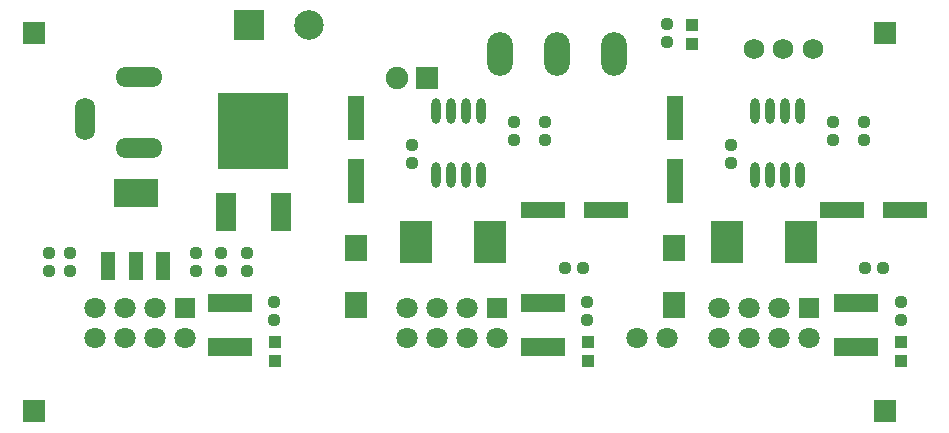
<source format=gts>
G04*
G04 #@! TF.GenerationSoftware,Altium Limited,Altium Designer,20.0.2 (26)*
G04*
G04 Layer_Color=8388736*
%FSLAX24Y24*%
%MOIN*%
G70*
G01*
G75*
G04:AMPARAMS|DCode=30|XSize=38mil|YSize=38mil|CornerRadius=11.5mil|HoleSize=0mil|Usage=FLASHONLY|Rotation=270.000|XOffset=0mil|YOffset=0mil|HoleType=Round|Shape=RoundedRectangle|*
%AMROUNDEDRECTD30*
21,1,0.0380,0.0150,0,0,270.0*
21,1,0.0150,0.0380,0,0,270.0*
1,1,0.0230,-0.0075,-0.0075*
1,1,0.0230,-0.0075,0.0075*
1,1,0.0230,0.0075,0.0075*
1,1,0.0230,0.0075,-0.0075*
%
%ADD30ROUNDEDRECTD30*%
%ADD31R,0.0710X0.1261*%
%ADD32R,0.2363X0.2521*%
%ADD33R,0.1458X0.0634*%
%ADD34R,0.0395X0.0395*%
G04:AMPARAMS|DCode=35|XSize=38mil|YSize=38mil|CornerRadius=11.5mil|HoleSize=0mil|Usage=FLASHONLY|Rotation=180.000|XOffset=0mil|YOffset=0mil|HoleType=Round|Shape=RoundedRectangle|*
%AMROUNDEDRECTD35*
21,1,0.0380,0.0150,0,0,180.0*
21,1,0.0150,0.0380,0,0,180.0*
1,1,0.0230,-0.0075,0.0075*
1,1,0.0230,0.0075,0.0075*
1,1,0.0230,0.0075,-0.0075*
1,1,0.0230,-0.0075,-0.0075*
%
%ADD35ROUNDEDRECTD35*%
%ADD36R,0.0718X0.0886*%
%ADD37O,0.0304X0.0848*%
%ADD38R,0.1458X0.0552*%
%ADD39R,0.0552X0.1458*%
%ADD40R,0.1054X0.1387*%
%ADD41R,0.1460X0.0930*%
%ADD42R,0.0510X0.0930*%
%ADD43R,0.0780X0.0780*%
%ADD44C,0.0710*%
%ADD45R,0.0749X0.0749*%
%ADD46C,0.0749*%
%ADD47C,0.0680*%
%ADD48O,0.1576X0.0671*%
%ADD49O,0.0671X0.1419*%
%ADD50O,0.0867X0.1458*%
%ADD51R,0.0986X0.0986*%
%ADD52C,0.0986*%
%ADD53R,0.0710X0.0710*%
D30*
X8660Y6840D02*
D03*
Y6240D02*
D03*
X28210Y10610D02*
D03*
Y11210D02*
D03*
X29220Y10600D02*
D03*
Y11200D02*
D03*
X18590Y11210D02*
D03*
Y10610D02*
D03*
X17570Y11210D02*
D03*
Y10610D02*
D03*
X2750Y6850D02*
D03*
Y6250D02*
D03*
X2050D02*
D03*
Y6850D02*
D03*
X9567Y5210D02*
D03*
Y4610D02*
D03*
X7805Y6850D02*
D03*
Y6250D02*
D03*
X6970Y6850D02*
D03*
Y6250D02*
D03*
X20013Y5210D02*
D03*
Y4610D02*
D03*
X30460D02*
D03*
Y5210D02*
D03*
X24810Y10451D02*
D03*
Y9851D02*
D03*
X14161Y10451D02*
D03*
Y9851D02*
D03*
X22664Y14460D02*
D03*
Y13860D02*
D03*
D31*
X7978Y8212D02*
D03*
X9782Y8212D02*
D03*
D32*
X8880Y10908D02*
D03*
D33*
X28950Y5180D02*
D03*
Y3720D02*
D03*
X8110Y5180D02*
D03*
Y3720D02*
D03*
X18530Y5180D02*
D03*
Y3720D02*
D03*
D34*
X9585Y3245D02*
D03*
X9583Y3875D02*
D03*
X20028Y3245D02*
D03*
X20026Y3875D02*
D03*
X30471Y3245D02*
D03*
X30469Y3875D02*
D03*
X23511Y14438D02*
D03*
X23514Y13809D02*
D03*
D35*
X19850Y6350D02*
D03*
X19250D02*
D03*
X29270D02*
D03*
X29870D02*
D03*
D36*
X12304Y5104D02*
D03*
X12296Y6996D02*
D03*
X22896D02*
D03*
X22904Y5104D02*
D03*
D37*
X27090Y11575D02*
D03*
X26590D02*
D03*
X26090D02*
D03*
X25590D02*
D03*
X27090Y9445D02*
D03*
X26590D02*
D03*
X26090D02*
D03*
X25590D02*
D03*
X16450Y11575D02*
D03*
X15950D02*
D03*
X15450D02*
D03*
X14950D02*
D03*
X16450Y9445D02*
D03*
X15950D02*
D03*
X15450D02*
D03*
X14950D02*
D03*
D38*
X30591Y8270D02*
D03*
X28489D02*
D03*
X18539D02*
D03*
X20641D02*
D03*
D39*
X22940Y9249D02*
D03*
Y11351D02*
D03*
X12300Y9249D02*
D03*
Y11351D02*
D03*
D40*
X24659Y7210D02*
D03*
X27141D02*
D03*
X16771D02*
D03*
X14289D02*
D03*
D41*
X4950Y8840D02*
D03*
D42*
X5850Y6400D02*
D03*
X4950D02*
D03*
X4040D02*
D03*
D43*
X1575Y1575D02*
D03*
X29921Y1575D02*
D03*
Y14173D02*
D03*
X1575D02*
D03*
D44*
X21670Y4010D02*
D03*
X22670D02*
D03*
X24410Y4000D02*
D03*
Y5000D02*
D03*
X25410Y4000D02*
D03*
Y5000D02*
D03*
X26410Y4000D02*
D03*
Y5000D02*
D03*
X27410Y4000D02*
D03*
X3600D02*
D03*
Y5000D02*
D03*
X4600Y4000D02*
D03*
Y5000D02*
D03*
X5600Y4000D02*
D03*
Y5000D02*
D03*
X6600Y4000D02*
D03*
X14005D02*
D03*
Y5000D02*
D03*
X15005Y4000D02*
D03*
Y5000D02*
D03*
X16005Y4000D02*
D03*
Y5000D02*
D03*
X17005Y4000D02*
D03*
D45*
X14670Y12660D02*
D03*
D46*
X13670D02*
D03*
D47*
X26536Y13650D02*
D03*
X25552D02*
D03*
X27520D02*
D03*
D48*
X5080Y10338D02*
D03*
Y12700D02*
D03*
D49*
X3249Y11322D02*
D03*
D50*
X17100Y13470D02*
D03*
X19000D02*
D03*
X20900D02*
D03*
D51*
X8730Y14440D02*
D03*
D52*
X10730D02*
D03*
D53*
X27410Y5000D02*
D03*
X6600D02*
D03*
X17005D02*
D03*
M02*

</source>
